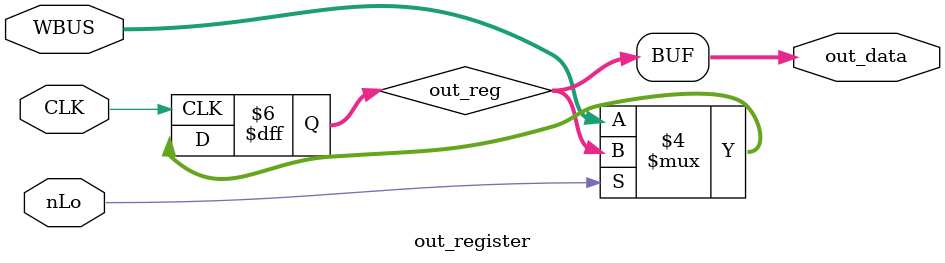
<source format=v>
/**
* Ouput Register
*
* Input :
* CLK  = Clock
* nLo  = Load data from WBUS . (0 = Load)
* WBUS = To Data bus
*
* Output :
* out_data = Output data
*/
module out_register (
					output [7:0] out_data,
					input        CLK,
					input        nLo,
					input  [7:0] WBUS );

	parameter Zero_State = 8'b0000_0000;

	reg [7:0] out_reg;
  
	assign out_data = out_reg;

	initial begin
		out_reg <= Zero_State;
	end

	always @(posedge CLK) begin
	
		if(!nLo) out_reg <= WBUS;  // Load from WBUS
		
		else ; // Do Nothing
	end
endmodule

</source>
